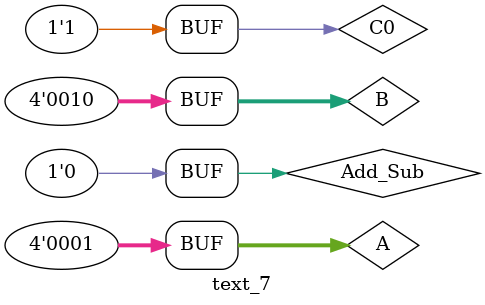
<source format=v>
`timescale 1ns / 1ps

module text_7;

	// Inputs
	reg C0;
	reg Add_Sub;
	reg [3:0] A;
	reg [3:0] B;

	// Outputs
	wire C4;
	wire ZF;
	wire CF;
	wire [3:0] F;

	// Instantiate the Unit Under Test (UUT)
	Demo_7 uut (
		.C0(C0), 
		.Add_Sub(Add_Sub), 
		.A(A), 
		.B(B), 
		.C4(C4), 
		.ZF(ZF), 
		.CF(CF), 
		.F(F)
	);

	initial begin
		// Initialize Inputs
		C0 = 0;
		Add_Sub = 0;
		A = 0;
		B = 0;

		// Wait 100 ns for global reset to finish
		#100;
        
		// Add stimulus here
		#100;
		A=4'b0000;B=4'b0001;Add_Sub=1;C0=1;
		#100;
		A=4'b1111;B=4'b0001;Add_Sub=1;C0=1;
		#100;
		A=4'b0011;B=4'b0001;Add_Sub=0;C0=1;
		#100;
		A=4'b0001;B=4'b0010;Add_Sub=0;C0=1;

	end
      
endmodule


</source>
